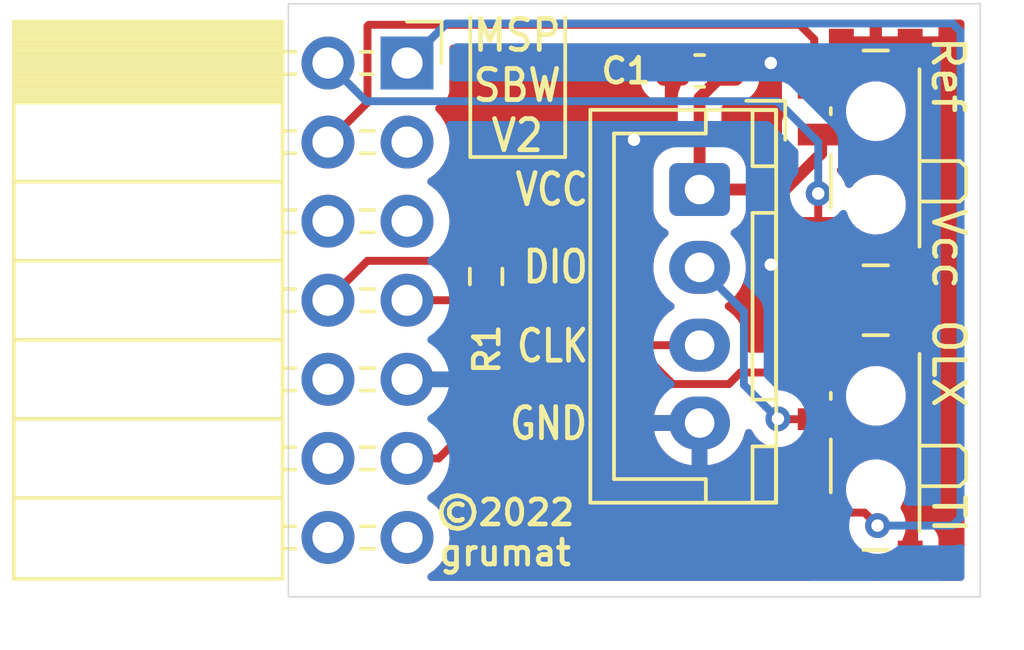
<source format=kicad_pcb>
(kicad_pcb (version 20211014) (generator pcbnew)
  (layers (0 "F.Cu" mixed) (31 "B.Cu" mixed) (35 "F.Paste" user) (37 "F.SilkS" user "F.Silkscreen") (38 "B.Mask" user) (39 "F.Mask" user) (44 "Edge.Cuts" user))
  (net 0 "")
  (net 1 "/SBWTDOI")
  (net 2 "+3.3V")
  (net 6 "/TITCK")
  (net 7 "/SBWTCK")
  (net 8 "GND")
  (net 11 "/RST")
  (net 14 "/TVCC")
  (net 15 "/DOI")
  (net 16 "/VREF")
  (footprint "Capacitor_SMD:C_0603_1608Metric_Pad1.08x0.95mm_HandSolder" (layer "F.Cu") (at 121.158 81.534 180)
    (fp_text reference "C1" (at 2.3622 0) (layer "F.SilkS") (effects (font (size 0.8 0.8))))
    (fp_text value "100nF")
    (fp_line (start -0.146267 0.51) (end 0.146267 0.51) (layer "F.SilkS") (width 0.12))
    (fp_line (start -0.146267 -0.51) (end 0.146267 -0.51) (layer "F.SilkS") (width 0.12))
    (pad "1" smd roundrect (at -0.8625 0 180) (size 1.075 0.95) (layers "F.Cu" "F.Paste" "F.Mask") (net 14 "/TVCC"))
    (pad "2" smd roundrect (at 0.8625 0 180) (size 1.075 0.95) (layers "F.Cu" "F.Paste" "F.Mask") (net 8 "GND"))
  )
  (footprint "Connector_JST:JST_XH_B4B-XH-A_1x04_P2.50mm_Vertical" (layer "F.Cu") (at 121.158 85.344 -90)
    (fp_text reference "J2" hide)
    (fp_text value "SpyBiWire")
    (fp_line (start 10.05 -0.2) (end 9.3 -0.2) (layer "F.SilkS") (width 0.12))
    (fp_line (start 10.06 -2.46) (end -2.56 -2.46) (layer "F.SilkS") (width 0.12))
    (fp_line (start -0.75 -1.7) (end -0.75 -2.45) (layer "F.SilkS") (width 0.12))
    (fp_line (start 10.05 -2.45) (end 8.25 -2.45) (layer "F.SilkS") (width 0.12))
    (fp_line (start 9.3 2.75) (end 3.75 2.75) (layer "F.SilkS") (width 0.12))
    (fp_line (start -2.56 -2.46) (end -2.56 3.51) (layer "F.SilkS") (width 0.12))
    (fp_line (start 10.05 -1.7) (end 10.05 -2.45) (layer "F.SilkS") (width 0.12))
    (fp_line (start 0.75 -2.45) (end 0.75 -1.7) (layer "F.SilkS") (width 0.12))
    (fp_line (start -2.56 3.51) (end 10.06 3.51) (layer "F.SilkS") (width 0.12))
    (fp_line (start 8.25 -2.45) (end 8.25 -1.7) (layer "F.SilkS") (width 0.12))
    (fp_line (start -1.8 2.75) (end 3.75 2.75) (layer "F.SilkS") (width 0.12))
    (fp_line (start -2.85 -2.75) (end -2.85 -1.5) (layer "F.SilkS") (width 0.12))
    (fp_line (start 10.06 3.51) (end 10.06 -2.46) (layer "F.SilkS") (width 0.12))
    (fp_line (start 0.75 -1.7) (end 6.75 -1.7) (layer "F.SilkS") (width 0.12))
    (fp_line (start 9.3 -0.2) (end 9.3 2.75) (layer "F.SilkS") (width 0.12))
    (fp_line (start -2.55 -1.7) (end -0.75 -1.7) (layer "F.SilkS") (width 0.12))
    (fp_line (start -0.75 -2.45) (end -2.55 -2.45) (layer "F.SilkS") (width 0.12))
    (fp_line (start 6.75 -1.7) (end 6.75 -2.45) (layer "F.SilkS") (width 0.12))
    (fp_line (start -1.8 -0.2) (end -1.8 2.75) (layer "F.SilkS") (width 0.12))
    (fp_line (start -1.6 -2.75) (end -2.85 -2.75) (layer "F.SilkS") (width 0.12))
    (fp_line (start 8.25 -1.7) (end 10.05 -1.7) (layer "F.SilkS") (width 0.12))
    (fp_line (start -2.55 -0.2) (end -1.8 -0.2) (layer "F.SilkS") (width 0.12))
    (fp_line (start -2.55 -2.45) (end -2.55 -1.7) (layer "F.SilkS") (width 0.12))
    (fp_line (start 6.75 -2.45) (end 0.75 -2.45) (layer "F.SilkS") (width 0.12))
    (pad "1" thru_hole roundrect (at 0 0 270) (size 1.7 1.95) (drill 0.95) (layers *.Cu *.Mask) (roundrect_rratio 0.1470588235) (net 14 "/TVCC"))
    (pad "2" thru_hole oval (at 2.5 0 270) (size 1.7 1.95) (drill 0.95) (layers *.Cu *.Mask) (net 15 "/DOI"))
    (pad "3" thru_hole oval (at 5 0 270) (size 1.7 1.95) (drill 0.95) (layers *.Cu *.Mask) (net 7 "/SBWTCK"))
    (pad "4" thru_hole oval (at 7.5 0 270) (size 1.7 1.95) (drill 0.95) (layers *.Cu *.Mask) (net 8 "GND"))
  )
  (footprint "lib:SW_SPDT_PCM12" (layer "F.Cu") (at 126.492 93.472 90)
    (fp_text reference "SW2" hide)
    (fp_text value "TI_OLX")
    (fp_line (start -2.85 1.73) (end 2.85 1.73) (layer "F.SilkS") (width 0.12))
    (fp_line (start -0.1 3.02) (end -0.3 3.23) (layer "F.SilkS") (width 0.12))
    (fp_line (start -1.4 1.73) (end -1.4 3.02) (layer "F.SilkS") (width 0.12))
    (fp_line (start 1.4 -1.12) (end 1.6 -1.12) (layer "F.SilkS") (width 0.12))
    (fp_line (start -1.2 3.23) (end -0.3 3.23) (layer "F.SilkS") (width 0.12))
    (fp_line (start 3.45 0.72) (end 3.45 -0.07) (layer "F.SilkS") (width 0.12))
    (fp_line (start -0.1 3.02) (end -0.1 1.73) (layer "F.SilkS") (width 0.12))
    (fp_line (start -1.4 3.02) (end -1.2 3.23) (layer "F.SilkS") (width 0.12))
    (fp_line (start -3.45 -0.07) (end -3.45 0.72) (layer "F.SilkS") (width 0.12))
    (fp_line (start -1.6 -1.12) (end 0.1 -1.12) (layer "F.SilkS") (width 0.12))
    (pad "" np_thru_hole circle (at 1.5 0.33 90) (size 0.9 0.9) (drill 0.9) (layers *.Cu *.Mask))
    (pad "" np_thru_hole circle (at -1.5 0.33 90) (size 0.9 0.9) (drill 0.9) (layers *.Cu *.Mask))
    (pad "1" smd rect (at -2.25 -1.43 90) (size 0.7 1.5) (layers "F.Cu" "F.Paste" "F.Mask") (net 1 "/SBWTDOI"))
    (pad "2" smd rect (at 0.75 -1.43 90) (size 0.7 1.5) (layers "F.Cu" "F.Paste" "F.Mask") (net 15 "/DOI"))
    (pad "3" smd rect (at 2.25 -1.43 90) (size 0.7 1.5) (layers "F.Cu" "F.Paste" "F.Mask") (net 11 "/RST"))
    (pad "4" smd rect (at 3.65 1.43 90) (size 1 0.8) (layers "F.Cu" "F.Paste" "F.Mask") (net 8 "GND"))
    (pad "4" smd rect (at -3.65 -0.78 90) (size 1 0.8) (layers "F.Cu" "F.Paste" "F.Mask") (net 8 "GND"))
    (pad "4" smd rect (at 3.65 -0.78 90) (size 1 0.8) (layers "F.Cu" "F.Paste" "F.Mask") (net 8 "GND"))
    (pad "4" smd rect (at -3.65 1.43 90) (size 1 0.8) (layers "F.Cu" "F.Paste" "F.Mask") (net 8 "GND"))
  )
  (footprint "lib:SW_SPDT_PCM12" (layer "F.Cu") (at 126.492 84.328 90)
    (fp_text reference "SW1" hide)
    (fp_text value "PWR_SEL")
    (fp_line (start 3.45 0.72) (end 3.45 -0.07) (layer "F.SilkS") (width 0.12))
    (fp_line (start -1.6 -1.12) (end 0.1 -1.12) (layer "F.SilkS") (width 0.12))
    (fp_line (start -0.1 3.02) (end -0.1 1.73) (layer "F.SilkS") (width 0.12))
    (fp_line (start -1.4 3.02) (end -1.2 3.23) (layer "F.SilkS") (width 0.12))
    (fp_line (start 1.4 -1.12) (end 1.6 -1.12) (layer "F.SilkS") (width 0.12))
    (fp_line (start -2.85 1.73) (end 2.85 1.73) (layer "F.SilkS") (width 0.12))
    (fp_line (start -3.45 -0.07) (end -3.45 0.72) (layer "F.SilkS") (width 0.12))
    (fp_line (start -1.2 3.23) (end -0.3 3.23) (layer "F.SilkS") (width 0.12))
    (fp_line (start -1.4 1.73) (end -1.4 3.02) (layer "F.SilkS") (width 0.12))
    (fp_line (start -0.1 3.02) (end -0.3 3.23) (layer "F.SilkS") (width 0.12))
    (pad "" np_thru_hole circle (at -1.5 0.33 90) (size 0.9 0.9) (drill 0.9) (layers *.Cu *.Mask))
    (pad "" np_thru_hole circle (at 1.5 0.33 90) (size 0.9 0.9) (drill 0.9) (layers *.Cu *.Mask))
    (pad "1" smd rect (at -2.25 -1.43 90) (size 0.7 1.5) (layers "F.Cu" "F.Paste" "F.Mask") (net 2 "+3.3V"))
    (pad "2" smd rect (at 0.75 -1.43 90) (size 0.7 1.5) (layers "F.Cu" "F.Paste" "F.Mask") (net 14 "/TVCC"))
    (pad "3" smd rect (at 2.25 -1.43 90) (size 0.7 1.5) (layers "F.Cu" "F.Paste" "F.Mask") (net 16 "/VREF"))
    (pad "4" smd rect (at 3.65 -0.78 90) (size 1 0.8) (layers "F.Cu" "F.Paste" "F.Mask") (net 8 "GND"))
    (pad "4" smd rect (at 3.65 1.43 90) (size 1 0.8) (layers "F.Cu" "F.Paste" "F.Mask") (net 8 "GND"))
    (pad "4" smd rect (at -3.65 -0.78 90) (size 1 0.8) (layers "F.Cu" "F.Paste" "F.Mask") (net 8 "GND"))
    (pad "4" smd rect (at -3.65 1.43 90) (size 1 0.8) (layers "F.Cu" "F.Paste" "F.Mask") (net 8 "GND"))
  )
  (footprint "Connector_PinSocket_2.54mm:PinSocket_2x07_P2.54mm_Horizontal" (layer "F.Cu") (at 111.76 81.28)
    (fp_text reference "J1" hide)
    (fp_text value "JTAG")
    (fp_line (start -4 2.9) (end -3.59 2.9) (layer "F.SilkS") (width 0.12))
    (fp_line (start -1.49 5.44) (end -1.05 5.44) (layer "F.SilkS") (width 0.12))
    (fp_line (start -12.63 3.81) (end -4 3.81) (layer "F.SilkS") (width 0.12))
    (fp_line (start -4 9.8) (end -3.59 9.8) (layer "F.SilkS") (width 0.12))
    (fp_line (start -12.63 -0.147145) (end -4 -0.147145) (layer "F.SilkS") (width 0.12))
    (fp_line (start -4 7.98) (end -3.59 7.98) (layer "F.SilkS") (width 0.12))
    (fp_line (start -12.63 -0.26524) (end -4 -0.26524) (layer "F.SilkS") (width 0.12))
    (fp_line (start -4 14.88) (end -3.59 14.88) (layer "F.SilkS") (width 0.12))
    (fp_line (start -12.63 0.089045) (end -4 0.089045) (layer "F.SilkS") (width 0.12))
    (fp_line (start -1.49 0.36) (end -1.11 0.36) (layer "F.SilkS") (width 0.12))
    (fp_line (start -4 2.18) (end -3.59 2.18) (layer "F.SilkS") (width 0.12))
    (fp_line (start -1.49 4.72) (end -1.05 4.72) (layer "F.SilkS") (width 0.12))
    (fp_line (start -1.49 2.9) (end -1.05 2.9) (layer "F.SilkS") (width 0.12))
    (fp_line (start -12.63 -1.091905) (end -4 -1.091905) (layer "F.SilkS") (width 0.12))
    (fp_line (start -12.63 0.67952) (end -4 0.67952) (layer "F.SilkS") (width 0.12))
    (fp_line (start -12.63 -0.383335) (end -4 -0.383335) (layer "F.SilkS") (width 0.12))
    (fp_line (start -1.49 2.18) (end -1.05 2.18) (layer "F.SilkS") (width 0.12))
    (fp_line (start -12.63 -1.33) (end -12.63 16.57) (layer "F.SilkS") (width 0.12))
    (fp_line (start -4 7.26) (end -3.59 7.26) (layer "F.SilkS") (width 0.12))
    (fp_line (start 1.11 -1.33) (end 1.11 0) (layer "F.SilkS") (width 0.12))
    (fp_line (start -4 -1.33) (end -4 16.57) (layer "F.SilkS") (width 0.12))
    (fp_line (start -4 5.44) (end -3.59 5.44) (layer "F.SilkS") (width 0.12))
    (fp_line (start -1.49 10.52) (end -1.05 10.52) (layer "F.SilkS") (width 0.12))
    (fp_line (start -12.63 16.57) (end -4 16.57) (layer "F.SilkS") (width 0.12))
    (fp_line (start -1.49 15.6) (end -1.05 15.6) (layer "F.SilkS") (width 0.12))
    (fp_line (start -4 10.52) (end -3.59 10.52) (layer "F.SilkS") (width 0.12))
    (fp_line (start -12.63 -0.97381) (end -4 -0.97381) (layer "F.SilkS") (width 0.12))
    (fp_line (start -12.63 -0.619525) (end -4 -0.619525) (layer "F.SilkS") (width 0.12))
    (fp_line (start -1.49 9.8) (end -1.05 9.8) (layer "F.SilkS") (width 0.12))
    (fp_line (start -12.63 0.325235) (end -4 0.325235) (layer "F.SilkS") (width 0.12))
    (fp_line (start -4 15.6) (end -3.59 15.6) (layer "F.SilkS") (width 0.12))
    (fp_line (start -12.63 0.20714) (end -4 0.20714) (layer "F.SilkS") (width 0.12))
    (fp_line (start -12.63 8.89) (end -4 8.89) (layer "F.SilkS") (width 0.12))
    (fp_line (start -4 -0.36) (end -3.59 -0.36) (layer "F.SilkS") (width 0.12))
    (fp_line (start -12.63 -0.50143) (end -4 -0.50143) (layer "F.SilkS") (width 0.12))
    (fp_line (start -1.49 13.06) (end -1.05 13.06) (layer "F.SilkS") (width 0.12))
    (fp_line (start -1.49 7.98) (end -1.05 7.98) (layer "F.SilkS") (width 0.12))
    (fp_line (start -12.63 -1.33) (end -4 -1.33) (layer "F.SilkS") (width 0.12))
    (fp_line (start -12.63 0.91571) (end -4 0.91571) (layer "F.SilkS") (width 0.12))
    (fp_line (start -1.49 7.26) (end -1.05 7.26) (layer "F.SilkS") (width 0.12))
    (fp_line (start -1.49 12.34) (end -1.05 12.34) (layer "F.SilkS") (width 0.12))
    (fp_line (start -12.63 0.44333) (end -4 0.44333) (layer "F.SilkS") (width 0.12))
    (fp_line (start -12.63 -0.02905) (end -4 -0.02905) (layer "F.SilkS") (width 0.12))
    (fp_line (start -12.63 13.97) (end -4 13.97) (layer "F.SilkS") (width 0.12))
    (fp_line (start 0 -1.33) (end 1.11 -1.33) (layer "F.SilkS") (width 0.12))
    (fp_line (start -12.63 0.561425) (end -4 0.561425) (layer "F.SilkS") (width 0.12))
    (fp_line (start -12.63 1.1519) (end -4 1.1519) (layer "F.SilkS") (width 0.12))
    (fp_line (start -12.63 -1.21) (end -4 -1.21) (layer "F.SilkS") (width 0.12))
    (fp_line (start -4 0.36) (end -3.59 0.36) (layer "F.SilkS") (width 0.12))
    (fp_line (start -1.49 14.88) (end -1.05 14.88) (layer "F.SilkS") (width 0.12))
    (fp_line (start -12.63 -0.73762) (end -4 -0.73762) (layer "F.SilkS") (width 0.12))
    (fp_line (start -12.63 0.797615) (end -4 0.797615) (layer "F.SilkS") (width 0.12))
    (fp_line (start -4 12.34) (end -3.59 12.34) (layer "F.SilkS") (width 0.12))
    (fp_line (start -1.49 -0.36) (end -1.11 -0.36) (layer "F.SilkS") (width 0.12))
    (fp_line (start -12.63 6.35) (end -4 6.35) (layer "F.SilkS") (width 0.12))
    (fp_line (start -12.63 11.43) (end -4 11.43) (layer "F.SilkS") (width 0.12))
    (fp_line (start -4 4.72) (end -3.59 4.72) (layer "F.SilkS") (width 0.12))
    (fp_line (start -4 13.06) (end -3.59 13.06) (layer "F.SilkS") (width 0.12))
    (fp_line (start -12.63 -0.855715) (end -4 -0.855715) (layer "F.SilkS") (width 0.12))
    (fp_line (start -12.63 1.27) (end -4 1.27) (layer "F.SilkS") (width 0.12))
    (fp_line (start -12.63 1.033805) (end -4 1.033805) (layer "F.SilkS") (width 0.12))
    (pad "1" thru_hole rect locked (at 0 0) (size 1.7 1.7) (drill 1) (layers *.Cu *.Mask) (net 1 "/SBWTDOI"))
    (pad "2" thru_hole oval locked (at -2.54 0) (size 1.7 1.7) (drill 1) (layers *.Cu *.Mask) (net 2 "+3.3V"))
    (pad "3" thru_hole oval locked (at 0 2.54) (size 1.7 1.7) (drill 1) (layers *.Cu *.Mask))
    (pad "4" thru_hole oval locked (at -2.54 2.54) (size 1.7 1.7) (drill 1) (layers *.Cu *.Mask) (net 16 "/VREF"))
    (pad "5" thru_hole oval locked (at 0 5.08) (size 1.7 1.7) (drill 1) (layers *.Cu *.Mask))
    (pad "6" thru_hole oval locked (at -2.54 5.08) (size 1.7 1.7) (drill 1) (layers *.Cu *.Mask))
    (pad "7" thru_hole oval locked (at 0 7.62) (size 1.7 1.7) (drill 1) (layers *.Cu *.Mask) (net 6 "/TITCK"))
    (pad "8" thru_hole oval locked (at -2.54 7.62) (size 1.7 1.7) (drill 1) (layers *.Cu *.Mask) (net 7 "/SBWTCK"))
    (pad "9" thru_hole oval locked (at 0 10.16) (size 1.7 1.7) (drill 1) (layers *.Cu *.Mask) (net 8 "GND"))
    (pad "10" thru_hole oval locked (at -2.54 10.16) (size 1.7 1.7) (drill 1) (layers *.Cu *.Mask))
    (pad "11" thru_hole oval locked (at 0 12.7) (size 1.7 1.7) (drill 1) (layers *.Cu *.Mask) (net 11 "/RST"))
    (pad "12" thru_hole oval locked (at -2.54 12.7) (size 1.7 1.7) (drill 1) (layers *.Cu *.Mask))
    (pad "13" thru_hole oval locked (at 0 15.24) (size 1.7 1.7) (drill 1) (layers *.Cu *.Mask))
    (pad "14" thru_hole oval locked (at -2.54 15.24) (size 1.7 1.7) (drill 1) (layers *.Cu *.Mask))
  )
  (footprint "Resistor_SMD:R_0603_1608Metric_Pad0.98x0.95mm_HandSolder" (layer "F.Cu") (at 114.3 88.138 -90)
    (fp_text reference "R1" (at 2.3368 -0.0254 90) (layer "F.SilkS") (effects (font (size 0.8 0.8))))
    (fp_text value "330")
    (fp_line (start -0.254724 -0.5225) (end 0.254724 -0.5225) (layer "F.SilkS") (width 0.12))
    (fp_line (start -0.254724 0.5225) (end 0.254724 0.5225) (layer "F.SilkS") (width 0.12))
    (pad "1" smd roundrect (at -0.9125 0 270) (size 0.975 0.95) (layers "F.Cu" "F.Paste" "F.Mask") (net 7 "/SBWTCK"))
    (pad "2" smd roundrect (at 0.9125 0 270) (size 0.975 0.95) (layers "F.Cu" "F.Paste" "F.Mask") (net 6 "/TITCK"))
  )
  (gr_line (start 113.792 84.3) (end 113.792 79.8068) (layer "F.SilkS") (width 0.12))
  (gr_line (start 116.84 79.8068) (end 116.84 84.3) (layer "F.SilkS") (width 0.12))
  (gr_line (start 116.84 84.3) (end 113.792 84.3) (layer "F.SilkS") (width 0.12))
  (gr_line (start 107.95 98.425) (end 107.95 79.375) (layer "Edge.Cuts") (width 0.05))
  (gr_line (start 130.175 98.425) (end 107.95 98.425) (layer "Edge.Cuts") (width 0.05))
  (gr_line (start 107.95 79.375) (end 130.175 79.375) (layer "Edge.Cuts") (width 0.05))
  (gr_line (start 130.175 79.375) (end 130.175 98.425) (layer "Edge.Cuts") (width 0.05))
  (gr_text "DIO" (at 116.5352 87.8332) (layer "F.SilkS") (effects (font (size 1 0.8) (thickness 0.153))))
  (gr_text "VCC" (at 116.4082 85.344) (layer "F.SilkS") (effects (font (size 1 0.8) (thickness 0.153))))
  (gr_text "Ref" (at 129.141827 81.661 270) (layer "F.SilkS") (effects (font (size 1 1) (thickness 0.153))))
  (gr_text "Vcc" (at 129.159 87.249 270) (layer "F.SilkS") (effects (font (size 1 1) (thickness 0.153))))
  (gr_text "©2022\ngrumat" (at 114.9096 96.3676) (layer "F.SilkS") (effects (font (size 0.8 0.8) (thickness 0.153))))
  (gr_text "TI" (at 129.159 95.758 270) (layer "F.SilkS") (effects (font (size 1 1) (thickness 0.153))))
  (gr_text "MSP\nSBW\nV2" (at 115.3 82) (layer "F.SilkS") (effects (font (size 1 0.9) (thickness 0.153))))
  (gr_text "GND" (at 116.3066 92.8624) (layer "F.SilkS") (effects (font (size 1 0.8) (thickness 0.153))))
  (gr_text "OLX" (at 129.159 90.932 270) (layer "F.SilkS") (effects (font (size 1 1) (thickness 0.153))))
  (gr_text "CLK" (at 116.4336 90.3732) (layer "F.SilkS") (effects (font (size 1 0.8) (thickness 0.153))))
  (segment (start 126.456 95.722) (end 126.873 96.139) (width 0.254) (layer "F.Cu") (net 1))
  (segment (start 125.062 95.722) (end 126.456 95.722) (width 0.254) (layer "F.Cu") (net 1))
  (via (at 126.873 96.139) (size 0.8) (drill 0.4) (layers "F.Cu" "B.Cu") (net 1))
  (segment (start 113.03 80.01) (end 111.76 81.28) (width 0.254) (layer "B.Cu") (net 1))
  (segment (start 129.286 80.01) (end 113.03 80.01) (width 0.254) (layer "B.Cu") (net 1))
  (segment (start 126.873 96.139) (end 129.286 96.139) (width 0.254) (layer "B.Cu") (net 1))
  (segment (start 129.54 95.885) (end 129.54 80.264) (width 0.254) (layer "B.Cu") (net 1))
  (segment (start 129.54 80.264) (end 129.286 80.01) (width 0.254) (layer "B.Cu") (net 1))
  (segment (start 129.286 96.139) (end 129.54 95.885) (width 0.254) (layer "B.Cu") (net 1))
  (segment (start 124.968 85.471) (end 124.968 86.484) (width 0.254) (layer "F.Cu") (net 2))
  (segment (start 124.968 86.484) (end 125.062 86.578) (width 0.254) (layer "F.Cu") (net 2))
  (via (at 124.968 85.471) (size 0.8) (drill 0.4) (layers "F.Cu" "B.Cu") (net 2))
  (segment (start 123.655 82.507) (end 124.968 83.82) (width 0.254) (layer "B.Cu") (net 2))
  (segment (start 109.22 81.28) (end 110.447 82.507) (width 0.254) (layer "B.Cu") (net 2))
  (segment (start 124.968 83.82) (end 124.968 85.471) (width 0.254) (layer "B.Cu") (net 2))
  (segment (start 110.447 82.507) (end 123.655 82.507) (width 0.254) (layer "B.Cu") (net 2))
  (segment (start 114.1495 88.9) (end 114.3 89.0505) (width 0.254) (layer "F.Cu") (net 6))
  (segment (start 111.76 88.9) (end 114.1495 88.9) (width 0.254) (layer "F.Cu") (net 6))
  (segment (start 110.485793 87.634207) (end 112.771793 87.634207) (width 0.254) (layer "F.Cu") (net 7))
  (segment (start 115.998 90.344) (end 115.316 89.662) (width 0.254) (layer "F.Cu") (net 7))
  (segment (start 114.3 87.2255) (end 113.1805 87.2255) (width 0.254) (layer "F.Cu") (net 7))
  (segment (start 115.316 89.662) (end 115.316 88.138) (width 0.254) (layer "F.Cu") (net 7))
  (segment (start 115.316 88.138) (end 114.4035 87.2255) (width 0.254) (layer "F.Cu") (net 7))
  (segment (start 114.4035 87.2255) (end 114.3 87.2255) (width 0.254) (layer "F.Cu") (net 7))
  (segment (start 109.22 88.9) (end 110.485793 87.634207) (width 0.254) (layer "F.Cu") (net 7))
  (segment (start 121.158 90.344) (end 115.998 90.344) (width 0.254) (layer "F.Cu") (net 7))
  (segment (start 113.1805 87.2255) (end 112.771793 87.634207) (width 0.254) (layer "F.Cu") (net 7))
  (via (at 123.444 87.757) (size 0.8) (drill 0.4) (layers "F.Cu" "B.Cu") (net 8))
  (via (at 119.0498 83.7438) (size 0.8) (drill 0.4) (layers "F.Cu" "B.Cu") (net 8))
  (via (at 123.444 81.28) (size 0.8) (drill 0.4) (layers "F.Cu" "B.Cu") (net 8))
  (segment (start 122.4682 91.222) (end 122.0978 91.5924) (width 0.254) (layer "F.Cu") (net 11))
  (segment (start 113.284 90.551) (end 113.284 93.472) (width 0.254) (layer "F.Cu") (net 11))
  (segment (start 113.664218 90.170782) (end 113.284 90.551) (width 0.254) (layer "F.Cu") (net 11))
  (segment (start 120.2944 91.5924) (end 119.55 90.848) (width 0.254) (layer "F.Cu") (net 11))
  (segment (start 115.112018 90.170782) (end 113.664218 90.170782) (width 0.254) (layer "F.Cu") (net 11))
  (segment (start 115.789236 90.848) (end 115.112018 90.170782) (width 0.254) (layer "F.Cu") (net 11))
  (segment (start 113.284 93.472) (end 112.776 93.98) (width 0.254) (layer "F.Cu") (net 11))
  (segment (start 119.55 90.848) (end 115.789236 90.848) (width 0.254) (layer "F.Cu") (net 11))
  (segment (start 122.0978 91.5924) (end 120.2944 91.5924) (width 0.254) (layer "F.Cu") (net 11))
  (segment (start 112.776 93.98) (end 111.76 93.98) (width 0.254) (layer "F.Cu") (net 11))
  (segment (start 125.062 91.222) (end 122.4682 91.222) (width 0.254) (layer "F.Cu") (net 11))
  (segment (start 125.062 84.188353) (end 123.906353 85.344) (width 0.381) (layer "F.Cu") (net 14))
  (segment (start 121.158 82.3965) (end 122.0205 81.534) (width 0.381) (layer "F.Cu") (net 14))
  (segment (start 121.158 85.344) (end 121.158 82.3965) (width 0.381) (layer "F.Cu") (net 14))
  (segment (start 123.906353 85.344) (end 121.158 85.344) (width 0.381) (layer "F.Cu") (net 14))
  (segment (start 125.062 83.578) (end 125.062 84.188353) (width 0.381) (layer "F.Cu") (net 14))
  (segment (start 123.6846 92.722) (end 123.6726 92.71) (width 0.254) (layer "F.Cu") (net 15))
  (segment (start 125.062 92.722) (end 123.6846 92.722) (width 0.254) (layer "F.Cu") (net 15))
  (via (at 123.6726 92.71) (size 0.8) (drill 0.4) (layers "F.Cu" "B.Cu") (net 15))
  (segment (start 122.5804 91.6178) (end 122.5804 89.2664) (width 0.254) (layer "B.Cu") (net 15))
  (segment (start 122.5804 89.2664) (end 121.158 87.844) (width 0.254) (layer "B.Cu") (net 15))
  (segment (start 123.6726 92.71) (end 122.5804 91.6178) (width 0.254) (layer "B.Cu") (net 15))
  (segment (start 109.22 83.82) (end 110.49 82.55) (width 0.254) (layer "F.Cu") (net 16))
  (segment (start 110.533 80.053) (end 124.376 80.053) (width 0.254) (layer "F.Cu") (net 16))
  (segment (start 124.841 81.857) (end 124.841 80.518) (width 0.254) (layer "F.Cu") (net 16))
  (segment (start 124.841 80.518) (end 124.376 80.053) (width 0.254) (layer "F.Cu") (net 16))
  (segment (start 110.49 80.096) (end 110.533 80.053) (width 0.254) (layer "F.Cu") (net 16))
  (segment (start 110.49 82.55) (end 110.49 80.096) (width 0.254) (layer "F.Cu") (net 16))
  (segment (start 125.062 82.078) (end 124.841 81.857) (width 0.254) (layer "F.Cu") (net 16))
  (zone (net 8) (net_name "GND") (layers F&B.Cu) (connect_pads (clearance 0.508)) (min_thickness 0.254) (fill yes (thermal_gap 0.508) (thermal_bridge_width 0.508))
    (polygon (pts (xy 130.175 98.425) (xy 107.95 98.425) (xy 107.95 79.375) (xy 130.175 79.375)))
  )
)
</source>
